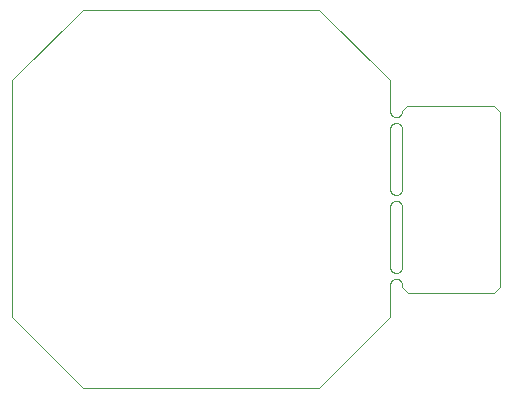
<source format=gko>
G75*
%MOIN*%
%OFA0B0*%
%FSLAX25Y25*%
%IPPOS*%
%LPD*%
%AMOC8*
5,1,8,0,0,1.08239X$1,22.5*
%
%ADD10C,0.00000*%
D10*
X0107299Y0148638D02*
X0186039Y0148638D01*
X0209661Y0172260D01*
X0209661Y0182890D01*
X0209663Y0182976D01*
X0209668Y0183062D01*
X0209678Y0183147D01*
X0209691Y0183232D01*
X0209708Y0183316D01*
X0209728Y0183400D01*
X0209752Y0183482D01*
X0209780Y0183563D01*
X0209811Y0183644D01*
X0209845Y0183722D01*
X0209883Y0183799D01*
X0209925Y0183875D01*
X0209969Y0183948D01*
X0210017Y0184019D01*
X0210068Y0184089D01*
X0210122Y0184156D01*
X0210178Y0184220D01*
X0210238Y0184282D01*
X0210300Y0184342D01*
X0210364Y0184398D01*
X0210431Y0184452D01*
X0210501Y0184503D01*
X0210572Y0184551D01*
X0210646Y0184595D01*
X0210721Y0184637D01*
X0210798Y0184675D01*
X0210876Y0184709D01*
X0210957Y0184740D01*
X0211038Y0184768D01*
X0211120Y0184792D01*
X0211204Y0184812D01*
X0211288Y0184829D01*
X0211373Y0184842D01*
X0211458Y0184852D01*
X0211544Y0184857D01*
X0211630Y0184859D01*
X0211716Y0184857D01*
X0211802Y0184852D01*
X0211887Y0184842D01*
X0211972Y0184829D01*
X0212056Y0184812D01*
X0212140Y0184792D01*
X0212222Y0184768D01*
X0212303Y0184740D01*
X0212384Y0184709D01*
X0212462Y0184675D01*
X0212539Y0184637D01*
X0212615Y0184595D01*
X0212688Y0184551D01*
X0212759Y0184503D01*
X0212829Y0184452D01*
X0212896Y0184398D01*
X0212960Y0184342D01*
X0213022Y0184282D01*
X0213082Y0184220D01*
X0213138Y0184156D01*
X0213192Y0184089D01*
X0213243Y0184019D01*
X0213291Y0183948D01*
X0213335Y0183875D01*
X0213377Y0183799D01*
X0213415Y0183722D01*
X0213449Y0183644D01*
X0213480Y0183563D01*
X0213508Y0183482D01*
X0213532Y0183400D01*
X0213552Y0183316D01*
X0213569Y0183232D01*
X0213582Y0183147D01*
X0213592Y0183062D01*
X0213597Y0182976D01*
X0213599Y0182890D01*
X0213598Y0182890D02*
X0213598Y0182102D01*
X0215567Y0180134D01*
X0244307Y0180134D01*
X0246276Y0182102D01*
X0246276Y0240370D01*
X0244307Y0242339D01*
X0215173Y0242339D01*
X0213598Y0240764D01*
X0213599Y0240764D02*
X0213597Y0240678D01*
X0213592Y0240592D01*
X0213582Y0240507D01*
X0213569Y0240422D01*
X0213552Y0240338D01*
X0213532Y0240254D01*
X0213508Y0240172D01*
X0213480Y0240091D01*
X0213449Y0240010D01*
X0213415Y0239932D01*
X0213377Y0239855D01*
X0213335Y0239780D01*
X0213291Y0239706D01*
X0213243Y0239635D01*
X0213192Y0239565D01*
X0213138Y0239498D01*
X0213082Y0239434D01*
X0213022Y0239372D01*
X0212960Y0239312D01*
X0212896Y0239256D01*
X0212829Y0239202D01*
X0212759Y0239151D01*
X0212688Y0239103D01*
X0212615Y0239059D01*
X0212539Y0239017D01*
X0212462Y0238979D01*
X0212384Y0238945D01*
X0212303Y0238914D01*
X0212222Y0238886D01*
X0212140Y0238862D01*
X0212056Y0238842D01*
X0211972Y0238825D01*
X0211887Y0238812D01*
X0211802Y0238802D01*
X0211716Y0238797D01*
X0211630Y0238795D01*
X0211544Y0238797D01*
X0211458Y0238802D01*
X0211373Y0238812D01*
X0211288Y0238825D01*
X0211204Y0238842D01*
X0211120Y0238862D01*
X0211038Y0238886D01*
X0210957Y0238914D01*
X0210876Y0238945D01*
X0210798Y0238979D01*
X0210721Y0239017D01*
X0210646Y0239059D01*
X0210572Y0239103D01*
X0210501Y0239151D01*
X0210431Y0239202D01*
X0210364Y0239256D01*
X0210300Y0239312D01*
X0210238Y0239372D01*
X0210178Y0239434D01*
X0210122Y0239498D01*
X0210068Y0239565D01*
X0210017Y0239635D01*
X0209969Y0239706D01*
X0209925Y0239780D01*
X0209883Y0239855D01*
X0209845Y0239932D01*
X0209811Y0240010D01*
X0209780Y0240091D01*
X0209752Y0240172D01*
X0209728Y0240254D01*
X0209708Y0240338D01*
X0209691Y0240422D01*
X0209678Y0240507D01*
X0209668Y0240592D01*
X0209663Y0240678D01*
X0209661Y0240764D01*
X0209661Y0251000D01*
X0186039Y0274622D01*
X0107299Y0274622D01*
X0083677Y0251000D01*
X0083677Y0172260D01*
X0107299Y0148638D01*
X0209661Y0188795D02*
X0209661Y0208874D01*
X0209663Y0208960D01*
X0209668Y0209046D01*
X0209678Y0209131D01*
X0209691Y0209216D01*
X0209708Y0209300D01*
X0209728Y0209384D01*
X0209752Y0209466D01*
X0209780Y0209547D01*
X0209811Y0209628D01*
X0209845Y0209706D01*
X0209883Y0209783D01*
X0209925Y0209859D01*
X0209969Y0209932D01*
X0210017Y0210003D01*
X0210068Y0210073D01*
X0210122Y0210140D01*
X0210178Y0210204D01*
X0210238Y0210266D01*
X0210300Y0210326D01*
X0210364Y0210382D01*
X0210431Y0210436D01*
X0210501Y0210487D01*
X0210572Y0210535D01*
X0210646Y0210579D01*
X0210721Y0210621D01*
X0210798Y0210659D01*
X0210876Y0210693D01*
X0210957Y0210724D01*
X0211038Y0210752D01*
X0211120Y0210776D01*
X0211204Y0210796D01*
X0211288Y0210813D01*
X0211373Y0210826D01*
X0211458Y0210836D01*
X0211544Y0210841D01*
X0211630Y0210843D01*
X0211716Y0210841D01*
X0211802Y0210836D01*
X0211887Y0210826D01*
X0211972Y0210813D01*
X0212056Y0210796D01*
X0212140Y0210776D01*
X0212222Y0210752D01*
X0212303Y0210724D01*
X0212384Y0210693D01*
X0212462Y0210659D01*
X0212539Y0210621D01*
X0212615Y0210579D01*
X0212688Y0210535D01*
X0212759Y0210487D01*
X0212829Y0210436D01*
X0212896Y0210382D01*
X0212960Y0210326D01*
X0213022Y0210266D01*
X0213082Y0210204D01*
X0213138Y0210140D01*
X0213192Y0210073D01*
X0213243Y0210003D01*
X0213291Y0209932D01*
X0213335Y0209859D01*
X0213377Y0209783D01*
X0213415Y0209706D01*
X0213449Y0209628D01*
X0213480Y0209547D01*
X0213508Y0209466D01*
X0213532Y0209384D01*
X0213552Y0209300D01*
X0213569Y0209216D01*
X0213582Y0209131D01*
X0213592Y0209046D01*
X0213597Y0208960D01*
X0213599Y0208874D01*
X0213598Y0208874D02*
X0213598Y0188795D01*
X0213599Y0188795D02*
X0213597Y0188709D01*
X0213592Y0188623D01*
X0213582Y0188538D01*
X0213569Y0188453D01*
X0213552Y0188369D01*
X0213532Y0188285D01*
X0213508Y0188203D01*
X0213480Y0188122D01*
X0213449Y0188041D01*
X0213415Y0187963D01*
X0213377Y0187886D01*
X0213335Y0187811D01*
X0213291Y0187737D01*
X0213243Y0187666D01*
X0213192Y0187596D01*
X0213138Y0187529D01*
X0213082Y0187465D01*
X0213022Y0187403D01*
X0212960Y0187343D01*
X0212896Y0187287D01*
X0212829Y0187233D01*
X0212759Y0187182D01*
X0212688Y0187134D01*
X0212615Y0187090D01*
X0212539Y0187048D01*
X0212462Y0187010D01*
X0212384Y0186976D01*
X0212303Y0186945D01*
X0212222Y0186917D01*
X0212140Y0186893D01*
X0212056Y0186873D01*
X0211972Y0186856D01*
X0211887Y0186843D01*
X0211802Y0186833D01*
X0211716Y0186828D01*
X0211630Y0186826D01*
X0211544Y0186828D01*
X0211458Y0186833D01*
X0211373Y0186843D01*
X0211288Y0186856D01*
X0211204Y0186873D01*
X0211120Y0186893D01*
X0211038Y0186917D01*
X0210957Y0186945D01*
X0210876Y0186976D01*
X0210798Y0187010D01*
X0210721Y0187048D01*
X0210646Y0187090D01*
X0210572Y0187134D01*
X0210501Y0187182D01*
X0210431Y0187233D01*
X0210364Y0187287D01*
X0210300Y0187343D01*
X0210238Y0187403D01*
X0210178Y0187465D01*
X0210122Y0187529D01*
X0210068Y0187596D01*
X0210017Y0187666D01*
X0209969Y0187737D01*
X0209925Y0187811D01*
X0209883Y0187886D01*
X0209845Y0187963D01*
X0209811Y0188041D01*
X0209780Y0188122D01*
X0209752Y0188203D01*
X0209728Y0188285D01*
X0209708Y0188369D01*
X0209691Y0188453D01*
X0209678Y0188538D01*
X0209668Y0188623D01*
X0209663Y0188709D01*
X0209661Y0188795D01*
X0209661Y0214780D02*
X0209661Y0234858D01*
X0209663Y0234944D01*
X0209668Y0235030D01*
X0209678Y0235115D01*
X0209691Y0235200D01*
X0209708Y0235284D01*
X0209728Y0235368D01*
X0209752Y0235450D01*
X0209780Y0235531D01*
X0209811Y0235612D01*
X0209845Y0235690D01*
X0209883Y0235767D01*
X0209925Y0235843D01*
X0209969Y0235916D01*
X0210017Y0235987D01*
X0210068Y0236057D01*
X0210122Y0236124D01*
X0210178Y0236188D01*
X0210238Y0236250D01*
X0210300Y0236310D01*
X0210364Y0236366D01*
X0210431Y0236420D01*
X0210501Y0236471D01*
X0210572Y0236519D01*
X0210646Y0236563D01*
X0210721Y0236605D01*
X0210798Y0236643D01*
X0210876Y0236677D01*
X0210957Y0236708D01*
X0211038Y0236736D01*
X0211120Y0236760D01*
X0211204Y0236780D01*
X0211288Y0236797D01*
X0211373Y0236810D01*
X0211458Y0236820D01*
X0211544Y0236825D01*
X0211630Y0236827D01*
X0211716Y0236825D01*
X0211802Y0236820D01*
X0211887Y0236810D01*
X0211972Y0236797D01*
X0212056Y0236780D01*
X0212140Y0236760D01*
X0212222Y0236736D01*
X0212303Y0236708D01*
X0212384Y0236677D01*
X0212462Y0236643D01*
X0212539Y0236605D01*
X0212615Y0236563D01*
X0212688Y0236519D01*
X0212759Y0236471D01*
X0212829Y0236420D01*
X0212896Y0236366D01*
X0212960Y0236310D01*
X0213022Y0236250D01*
X0213082Y0236188D01*
X0213138Y0236124D01*
X0213192Y0236057D01*
X0213243Y0235987D01*
X0213291Y0235916D01*
X0213335Y0235843D01*
X0213377Y0235767D01*
X0213415Y0235690D01*
X0213449Y0235612D01*
X0213480Y0235531D01*
X0213508Y0235450D01*
X0213532Y0235368D01*
X0213552Y0235284D01*
X0213569Y0235200D01*
X0213582Y0235115D01*
X0213592Y0235030D01*
X0213597Y0234944D01*
X0213599Y0234858D01*
X0213598Y0234858D02*
X0213598Y0214780D01*
X0213599Y0214780D02*
X0213597Y0214694D01*
X0213592Y0214608D01*
X0213582Y0214523D01*
X0213569Y0214438D01*
X0213552Y0214354D01*
X0213532Y0214270D01*
X0213508Y0214188D01*
X0213480Y0214107D01*
X0213449Y0214026D01*
X0213415Y0213948D01*
X0213377Y0213871D01*
X0213335Y0213796D01*
X0213291Y0213722D01*
X0213243Y0213651D01*
X0213192Y0213581D01*
X0213138Y0213514D01*
X0213082Y0213450D01*
X0213022Y0213388D01*
X0212960Y0213328D01*
X0212896Y0213272D01*
X0212829Y0213218D01*
X0212759Y0213167D01*
X0212688Y0213119D01*
X0212615Y0213075D01*
X0212539Y0213033D01*
X0212462Y0212995D01*
X0212384Y0212961D01*
X0212303Y0212930D01*
X0212222Y0212902D01*
X0212140Y0212878D01*
X0212056Y0212858D01*
X0211972Y0212841D01*
X0211887Y0212828D01*
X0211802Y0212818D01*
X0211716Y0212813D01*
X0211630Y0212811D01*
X0211544Y0212813D01*
X0211458Y0212818D01*
X0211373Y0212828D01*
X0211288Y0212841D01*
X0211204Y0212858D01*
X0211120Y0212878D01*
X0211038Y0212902D01*
X0210957Y0212930D01*
X0210876Y0212961D01*
X0210798Y0212995D01*
X0210721Y0213033D01*
X0210646Y0213075D01*
X0210572Y0213119D01*
X0210501Y0213167D01*
X0210431Y0213218D01*
X0210364Y0213272D01*
X0210300Y0213328D01*
X0210238Y0213388D01*
X0210178Y0213450D01*
X0210122Y0213514D01*
X0210068Y0213581D01*
X0210017Y0213651D01*
X0209969Y0213722D01*
X0209925Y0213796D01*
X0209883Y0213871D01*
X0209845Y0213948D01*
X0209811Y0214026D01*
X0209780Y0214107D01*
X0209752Y0214188D01*
X0209728Y0214270D01*
X0209708Y0214354D01*
X0209691Y0214438D01*
X0209678Y0214523D01*
X0209668Y0214608D01*
X0209663Y0214694D01*
X0209661Y0214780D01*
M02*

</source>
